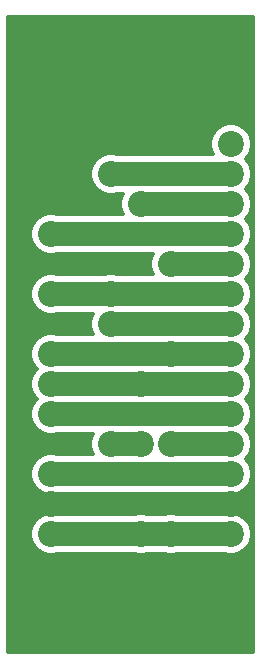
<source format=gbr>
%TF.GenerationSoftware,KiCad,Pcbnew,(5.1.6)-1*%
%TF.CreationDate,2021-09-19T15:07:36-05:00*%
%TF.ProjectId,lcd_connector,6c63645f-636f-46e6-9e65-63746f722e6b,rev?*%
%TF.SameCoordinates,Original*%
%TF.FileFunction,Copper,L2,Bot*%
%TF.FilePolarity,Positive*%
%FSLAX46Y46*%
G04 Gerber Fmt 4.6, Leading zero omitted, Abs format (unit mm)*
G04 Created by KiCad (PCBNEW (5.1.6)-1) date 2021-09-19 15:07:36*
%MOMM*%
%LPD*%
G01*
G04 APERTURE LIST*
%TA.AperFunction,ComponentPad*%
%ADD10C,2.200000*%
%TD*%
%TA.AperFunction,Conductor*%
%ADD11C,2.000000*%
%TD*%
%TA.AperFunction,Conductor*%
%ADD12C,0.300000*%
%TD*%
G04 APERTURE END LIST*
D10*
%TO.P,R1,2*%
%TO.N,Net-(M1-Pad8)*%
X11430000Y17780000D03*
%TO.P,R1,1*%
%TO.N,Net-(J1-Pad1)*%
X11430000Y10160000D03*
%TD*%
%TO.P,R2,1*%
%TO.N,Net-(J1-Pad1)*%
X13970000Y10160000D03*
%TO.P,R2,2*%
%TO.N,Net-(M1-Pad4)*%
X13970000Y17780000D03*
%TD*%
%TO.P,M1,1*%
%TO.N,Net-(J1-Pad1)*%
X19050000Y10160000D03*
%TO.P,M1,2*%
%TO.N,Net-(J8-Pad1)*%
X19050000Y12700000D03*
%TO.P,M1,3*%
%TO.N,Net-(J6-Pad1)*%
X19050000Y15240000D03*
%TO.P,M1,4*%
%TO.N,Net-(M1-Pad4)*%
X19050000Y17780000D03*
%TO.P,M1,5*%
%TO.N,Net-(J5-Pad1)*%
X19050000Y20320000D03*
%TO.P,M1,6*%
%TO.N,Net-(J7-Pad1)*%
X19050000Y22860000D03*
%TO.P,M1,7*%
%TO.N,Net-(J3-Pad1)*%
X19050000Y25400000D03*
%TO.P,M1,8*%
%TO.N,Net-(M1-Pad8)*%
X19050000Y27940000D03*
%TO.P,M1,9*%
%TO.N,Net-(J4-Pad1)*%
X19050000Y30480000D03*
%TO.P,M1,10*%
%TO.N,Net-(J3-Pad1)*%
X19050000Y33020000D03*
%TO.P,M1,11*%
%TO.N,Net-(J2-Pad1)*%
X19050000Y35560000D03*
%TO.P,M1,12*%
%TO.N,Net-(J7-Pad1)*%
X19050000Y38100000D03*
%TO.P,M1,13*%
%TO.N,Net-(J4-Pad1)*%
X19050000Y40640000D03*
%TO.P,M1,14*%
%TO.N,Net-(M1-Pad14)*%
X19050000Y43180000D03*
%TD*%
%TO.P,J1,1*%
%TO.N,Net-(J1-Pad1)*%
X3810000Y10160000D03*
%TD*%
%TO.P,J2,1*%
%TO.N,Net-(J2-Pad1)*%
X3810000Y35560000D03*
%TD*%
%TO.P,J3,1*%
%TO.N,Net-(J3-Pad1)*%
X3810000Y25400000D03*
%TD*%
%TO.P,J4,1*%
%TO.N,Net-(J4-Pad1)*%
X3810000Y30480000D03*
%TD*%
%TO.P,J5,1*%
%TO.N,Net-(J5-Pad1)*%
X3810000Y20320000D03*
%TD*%
%TO.P,J6,1*%
%TO.N,Net-(J6-Pad1)*%
X3810000Y15240000D03*
%TD*%
%TO.P,J7,1*%
%TO.N,Net-(J7-Pad1)*%
X3810000Y22860000D03*
%TD*%
%TO.P,J8,1*%
%TO.N,Net-(J8-Pad1)*%
X3810000Y12700000D03*
%TD*%
%TO.P,V1,1*%
%TO.N,Net-(M1-Pad8)*%
X8890000Y27940000D03*
%TD*%
%TO.P,V2,1*%
%TO.N,Net-(M1-Pad8)*%
X8890000Y17780000D03*
%TD*%
%TO.P,V3,1*%
%TO.N,Net-(J3-Pad1)*%
X13970000Y33020000D03*
%TD*%
%TO.P,V5,1*%
%TO.N,Net-(J3-Pad1)*%
X13970000Y25400000D03*
%TD*%
%TO.P,V6,1*%
%TO.N,Net-(J4-Pad1)*%
X8890000Y30480000D03*
%TD*%
%TO.P,V7,1*%
%TO.N,Net-(J7-Pad1)*%
X11430000Y22860000D03*
%TD*%
%TO.P,V8,1*%
%TO.N,Net-(J4-Pad1)*%
X8890000Y40640000D03*
%TD*%
%TO.P,V9,1*%
%TO.N,Net-(J7-Pad1)*%
X11430000Y38100000D03*
%TD*%
D11*
%TO.N,Net-(J1-Pad1)*%
X3810000Y10160000D02*
X19050000Y10160000D01*
%TO.N,Net-(M1-Pad4)*%
X19050000Y17780000D02*
X13970000Y17780000D01*
%TO.N,Net-(M1-Pad8)*%
X8890000Y27940000D02*
X19050000Y27940000D01*
X8890000Y17780000D02*
X11430000Y17780000D01*
%TO.N,Net-(J2-Pad1)*%
X3810000Y35560000D02*
X19050000Y35560000D01*
%TO.N,Net-(J3-Pad1)*%
X13970000Y33020000D02*
X19050000Y33020000D01*
X3810000Y25400000D02*
X19050000Y25400000D01*
%TO.N,Net-(J4-Pad1)*%
X8890000Y40640000D02*
X19050000Y40640000D01*
X3810000Y30480000D02*
X19050000Y30480000D01*
%TO.N,Net-(J5-Pad1)*%
X3810000Y20320000D02*
X19050000Y20320000D01*
%TO.N,Net-(J6-Pad1)*%
X3810000Y15240000D02*
X19050000Y15240000D01*
%TO.N,Net-(J7-Pad1)*%
X11430000Y38100000D02*
X19050000Y38100000D01*
X3810000Y22860000D02*
X19050000Y22860000D01*
%TD*%
D12*
%TO.N,Net-(J8-Pad1)*%
G36*
X20907000Y150000D02*
G01*
X150000Y150000D01*
X150000Y10333148D01*
X2052000Y10333148D01*
X2052000Y9986852D01*
X2119559Y9647210D01*
X2252081Y9327275D01*
X2444472Y9039340D01*
X2689340Y8794472D01*
X2977275Y8602081D01*
X3297210Y8469559D01*
X3636852Y8402000D01*
X3983148Y8402000D01*
X4322790Y8469559D01*
X4401109Y8502000D01*
X10838891Y8502000D01*
X10917210Y8469559D01*
X11256852Y8402000D01*
X11603148Y8402000D01*
X11942790Y8469559D01*
X12021109Y8502000D01*
X13378891Y8502000D01*
X13457210Y8469559D01*
X13796852Y8402000D01*
X14143148Y8402000D01*
X14482790Y8469559D01*
X14561109Y8502000D01*
X18458891Y8502000D01*
X18537210Y8469559D01*
X18876852Y8402000D01*
X19223148Y8402000D01*
X19562790Y8469559D01*
X19882725Y8602081D01*
X20170660Y8794472D01*
X20415528Y9039340D01*
X20607919Y9327275D01*
X20740441Y9647210D01*
X20808000Y9986852D01*
X20808000Y10333148D01*
X20740441Y10672790D01*
X20607919Y10992725D01*
X20415528Y11280660D01*
X20170660Y11525528D01*
X19882725Y11717919D01*
X19562790Y11850441D01*
X19223148Y11918000D01*
X18876852Y11918000D01*
X18537210Y11850441D01*
X18458891Y11818000D01*
X14561109Y11818000D01*
X14482790Y11850441D01*
X14143148Y11918000D01*
X13796852Y11918000D01*
X13457210Y11850441D01*
X13378891Y11818000D01*
X12021109Y11818000D01*
X11942790Y11850441D01*
X11603148Y11918000D01*
X11256852Y11918000D01*
X10917210Y11850441D01*
X10838891Y11818000D01*
X4401109Y11818000D01*
X4322790Y11850441D01*
X3983148Y11918000D01*
X3636852Y11918000D01*
X3297210Y11850441D01*
X2977275Y11717919D01*
X2689340Y11525528D01*
X2444472Y11280660D01*
X2252081Y10992725D01*
X2119559Y10672790D01*
X2052000Y10333148D01*
X150000Y10333148D01*
X150000Y35733148D01*
X2052000Y35733148D01*
X2052000Y35386852D01*
X2119559Y35047210D01*
X2252081Y34727275D01*
X2444472Y34439340D01*
X2689340Y34194472D01*
X2977275Y34002081D01*
X3297210Y33869559D01*
X3636852Y33802000D01*
X3983148Y33802000D01*
X4322790Y33869559D01*
X4401109Y33902000D01*
X12445005Y33902000D01*
X12412081Y33852725D01*
X12279559Y33532790D01*
X12212000Y33193148D01*
X12212000Y32846852D01*
X12279559Y32507210D01*
X12412081Y32187275D01*
X12445005Y32138000D01*
X9481109Y32138000D01*
X9402790Y32170441D01*
X9063148Y32238000D01*
X8716852Y32238000D01*
X8377210Y32170441D01*
X8298891Y32138000D01*
X4401109Y32138000D01*
X4322790Y32170441D01*
X3983148Y32238000D01*
X3636852Y32238000D01*
X3297210Y32170441D01*
X2977275Y32037919D01*
X2689340Y31845528D01*
X2444472Y31600660D01*
X2252081Y31312725D01*
X2119559Y30992790D01*
X2052000Y30653148D01*
X2052000Y30306852D01*
X2119559Y29967210D01*
X2252081Y29647275D01*
X2444472Y29359340D01*
X2689340Y29114472D01*
X2977275Y28922081D01*
X3297210Y28789559D01*
X3636852Y28722000D01*
X3983148Y28722000D01*
X4322790Y28789559D01*
X4401109Y28822000D01*
X7365005Y28822000D01*
X7332081Y28772725D01*
X7199559Y28452790D01*
X7132000Y28113148D01*
X7132000Y27766852D01*
X7199559Y27427210D01*
X7332081Y27107275D01*
X7365005Y27058000D01*
X4401109Y27058000D01*
X4322790Y27090441D01*
X3983148Y27158000D01*
X3636852Y27158000D01*
X3297210Y27090441D01*
X2977275Y26957919D01*
X2689340Y26765528D01*
X2444472Y26520660D01*
X2252081Y26232725D01*
X2119559Y25912790D01*
X2052000Y25573148D01*
X2052000Y25226852D01*
X2119559Y24887210D01*
X2252081Y24567275D01*
X2444472Y24279340D01*
X2593812Y24130000D01*
X2444472Y23980660D01*
X2252081Y23692725D01*
X2119559Y23372790D01*
X2052000Y23033148D01*
X2052000Y22686852D01*
X2119559Y22347210D01*
X2252081Y22027275D01*
X2444472Y21739340D01*
X2593812Y21590000D01*
X2444472Y21440660D01*
X2252081Y21152725D01*
X2119559Y20832790D01*
X2052000Y20493148D01*
X2052000Y20146852D01*
X2119559Y19807210D01*
X2252081Y19487275D01*
X2444472Y19199340D01*
X2689340Y18954472D01*
X2977275Y18762081D01*
X3297210Y18629559D01*
X3636852Y18562000D01*
X3983148Y18562000D01*
X4322790Y18629559D01*
X4401109Y18662000D01*
X7365005Y18662000D01*
X7332081Y18612725D01*
X7199559Y18292790D01*
X7132000Y17953148D01*
X7132000Y17606852D01*
X7199559Y17267210D01*
X7332081Y16947275D01*
X7365005Y16898000D01*
X4401109Y16898000D01*
X4322790Y16930441D01*
X3983148Y16998000D01*
X3636852Y16998000D01*
X3297210Y16930441D01*
X2977275Y16797919D01*
X2689340Y16605528D01*
X2444472Y16360660D01*
X2252081Y16072725D01*
X2119559Y15752790D01*
X2052000Y15413148D01*
X2052000Y15066852D01*
X2119559Y14727210D01*
X2252081Y14407275D01*
X2444472Y14119340D01*
X2689340Y13874472D01*
X2977275Y13682081D01*
X3297210Y13549559D01*
X3636852Y13482000D01*
X3983148Y13482000D01*
X4322790Y13549559D01*
X4401109Y13582000D01*
X18458891Y13582000D01*
X18537210Y13549559D01*
X18876852Y13482000D01*
X19223148Y13482000D01*
X19562790Y13549559D01*
X19882725Y13682081D01*
X20170660Y13874472D01*
X20415528Y14119340D01*
X20607919Y14407275D01*
X20740441Y14727210D01*
X20808000Y15066852D01*
X20808000Y15413148D01*
X20740441Y15752790D01*
X20607919Y16072725D01*
X20415528Y16360660D01*
X20266188Y16510000D01*
X20415528Y16659340D01*
X20607919Y16947275D01*
X20740441Y17267210D01*
X20808000Y17606852D01*
X20808000Y17953148D01*
X20740441Y18292790D01*
X20607919Y18612725D01*
X20415528Y18900660D01*
X20266188Y19050000D01*
X20415528Y19199340D01*
X20607919Y19487275D01*
X20740441Y19807210D01*
X20808000Y20146852D01*
X20808000Y20493148D01*
X20740441Y20832790D01*
X20607919Y21152725D01*
X20415528Y21440660D01*
X20266188Y21590000D01*
X20415528Y21739340D01*
X20607919Y22027275D01*
X20740441Y22347210D01*
X20808000Y22686852D01*
X20808000Y23033148D01*
X20740441Y23372790D01*
X20607919Y23692725D01*
X20415528Y23980660D01*
X20266188Y24130000D01*
X20415528Y24279340D01*
X20607919Y24567275D01*
X20740441Y24887210D01*
X20808000Y25226852D01*
X20808000Y25573148D01*
X20740441Y25912790D01*
X20607919Y26232725D01*
X20415528Y26520660D01*
X20266188Y26670000D01*
X20415528Y26819340D01*
X20607919Y27107275D01*
X20740441Y27427210D01*
X20808000Y27766852D01*
X20808000Y28113148D01*
X20740441Y28452790D01*
X20607919Y28772725D01*
X20415528Y29060660D01*
X20266188Y29210000D01*
X20415528Y29359340D01*
X20607919Y29647275D01*
X20740441Y29967210D01*
X20808000Y30306852D01*
X20808000Y30653148D01*
X20740441Y30992790D01*
X20607919Y31312725D01*
X20415528Y31600660D01*
X20266188Y31750000D01*
X20415528Y31899340D01*
X20607919Y32187275D01*
X20740441Y32507210D01*
X20808000Y32846852D01*
X20808000Y33193148D01*
X20740441Y33532790D01*
X20607919Y33852725D01*
X20415528Y34140660D01*
X20266188Y34290000D01*
X20415528Y34439340D01*
X20607919Y34727275D01*
X20740441Y35047210D01*
X20808000Y35386852D01*
X20808000Y35733148D01*
X20740441Y36072790D01*
X20607919Y36392725D01*
X20415528Y36680660D01*
X20266188Y36830000D01*
X20415528Y36979340D01*
X20607919Y37267275D01*
X20740441Y37587210D01*
X20808000Y37926852D01*
X20808000Y38273148D01*
X20740441Y38612790D01*
X20607919Y38932725D01*
X20415528Y39220660D01*
X20266188Y39370000D01*
X20415528Y39519340D01*
X20607919Y39807275D01*
X20740441Y40127210D01*
X20808000Y40466852D01*
X20808000Y40813148D01*
X20740441Y41152790D01*
X20607919Y41472725D01*
X20415528Y41760660D01*
X20266188Y41910000D01*
X20415528Y42059340D01*
X20607919Y42347275D01*
X20740441Y42667210D01*
X20808000Y43006852D01*
X20808000Y43353148D01*
X20740441Y43692790D01*
X20607919Y44012725D01*
X20415528Y44300660D01*
X20170660Y44545528D01*
X19882725Y44737919D01*
X19562790Y44870441D01*
X19223148Y44938000D01*
X18876852Y44938000D01*
X18537210Y44870441D01*
X18217275Y44737919D01*
X17929340Y44545528D01*
X17684472Y44300660D01*
X17492081Y44012725D01*
X17359559Y43692790D01*
X17292000Y43353148D01*
X17292000Y43006852D01*
X17359559Y42667210D01*
X17492081Y42347275D01*
X17525005Y42298000D01*
X9481109Y42298000D01*
X9402790Y42330441D01*
X9063148Y42398000D01*
X8716852Y42398000D01*
X8377210Y42330441D01*
X8057275Y42197919D01*
X7769340Y42005528D01*
X7524472Y41760660D01*
X7332081Y41472725D01*
X7199559Y41152790D01*
X7132000Y40813148D01*
X7132000Y40466852D01*
X7199559Y40127210D01*
X7332081Y39807275D01*
X7524472Y39519340D01*
X7769340Y39274472D01*
X8057275Y39082081D01*
X8377210Y38949559D01*
X8716852Y38882000D01*
X9063148Y38882000D01*
X9402790Y38949559D01*
X9481109Y38982000D01*
X9905005Y38982000D01*
X9872081Y38932725D01*
X9739559Y38612790D01*
X9672000Y38273148D01*
X9672000Y37926852D01*
X9739559Y37587210D01*
X9872081Y37267275D01*
X9905005Y37218000D01*
X4401109Y37218000D01*
X4322790Y37250441D01*
X3983148Y37318000D01*
X3636852Y37318000D01*
X3297210Y37250441D01*
X2977275Y37117919D01*
X2689340Y36925528D01*
X2444472Y36680660D01*
X2252081Y36392725D01*
X2119559Y36072790D01*
X2052000Y35733148D01*
X150000Y35733148D01*
X150000Y53927000D01*
X20907001Y53927000D01*
X20907000Y150000D01*
G37*
X20907000Y150000D02*
X150000Y150000D01*
X150000Y10333148D01*
X2052000Y10333148D01*
X2052000Y9986852D01*
X2119559Y9647210D01*
X2252081Y9327275D01*
X2444472Y9039340D01*
X2689340Y8794472D01*
X2977275Y8602081D01*
X3297210Y8469559D01*
X3636852Y8402000D01*
X3983148Y8402000D01*
X4322790Y8469559D01*
X4401109Y8502000D01*
X10838891Y8502000D01*
X10917210Y8469559D01*
X11256852Y8402000D01*
X11603148Y8402000D01*
X11942790Y8469559D01*
X12021109Y8502000D01*
X13378891Y8502000D01*
X13457210Y8469559D01*
X13796852Y8402000D01*
X14143148Y8402000D01*
X14482790Y8469559D01*
X14561109Y8502000D01*
X18458891Y8502000D01*
X18537210Y8469559D01*
X18876852Y8402000D01*
X19223148Y8402000D01*
X19562790Y8469559D01*
X19882725Y8602081D01*
X20170660Y8794472D01*
X20415528Y9039340D01*
X20607919Y9327275D01*
X20740441Y9647210D01*
X20808000Y9986852D01*
X20808000Y10333148D01*
X20740441Y10672790D01*
X20607919Y10992725D01*
X20415528Y11280660D01*
X20170660Y11525528D01*
X19882725Y11717919D01*
X19562790Y11850441D01*
X19223148Y11918000D01*
X18876852Y11918000D01*
X18537210Y11850441D01*
X18458891Y11818000D01*
X14561109Y11818000D01*
X14482790Y11850441D01*
X14143148Y11918000D01*
X13796852Y11918000D01*
X13457210Y11850441D01*
X13378891Y11818000D01*
X12021109Y11818000D01*
X11942790Y11850441D01*
X11603148Y11918000D01*
X11256852Y11918000D01*
X10917210Y11850441D01*
X10838891Y11818000D01*
X4401109Y11818000D01*
X4322790Y11850441D01*
X3983148Y11918000D01*
X3636852Y11918000D01*
X3297210Y11850441D01*
X2977275Y11717919D01*
X2689340Y11525528D01*
X2444472Y11280660D01*
X2252081Y10992725D01*
X2119559Y10672790D01*
X2052000Y10333148D01*
X150000Y10333148D01*
X150000Y35733148D01*
X2052000Y35733148D01*
X2052000Y35386852D01*
X2119559Y35047210D01*
X2252081Y34727275D01*
X2444472Y34439340D01*
X2689340Y34194472D01*
X2977275Y34002081D01*
X3297210Y33869559D01*
X3636852Y33802000D01*
X3983148Y33802000D01*
X4322790Y33869559D01*
X4401109Y33902000D01*
X12445005Y33902000D01*
X12412081Y33852725D01*
X12279559Y33532790D01*
X12212000Y33193148D01*
X12212000Y32846852D01*
X12279559Y32507210D01*
X12412081Y32187275D01*
X12445005Y32138000D01*
X9481109Y32138000D01*
X9402790Y32170441D01*
X9063148Y32238000D01*
X8716852Y32238000D01*
X8377210Y32170441D01*
X8298891Y32138000D01*
X4401109Y32138000D01*
X4322790Y32170441D01*
X3983148Y32238000D01*
X3636852Y32238000D01*
X3297210Y32170441D01*
X2977275Y32037919D01*
X2689340Y31845528D01*
X2444472Y31600660D01*
X2252081Y31312725D01*
X2119559Y30992790D01*
X2052000Y30653148D01*
X2052000Y30306852D01*
X2119559Y29967210D01*
X2252081Y29647275D01*
X2444472Y29359340D01*
X2689340Y29114472D01*
X2977275Y28922081D01*
X3297210Y28789559D01*
X3636852Y28722000D01*
X3983148Y28722000D01*
X4322790Y28789559D01*
X4401109Y28822000D01*
X7365005Y28822000D01*
X7332081Y28772725D01*
X7199559Y28452790D01*
X7132000Y28113148D01*
X7132000Y27766852D01*
X7199559Y27427210D01*
X7332081Y27107275D01*
X7365005Y27058000D01*
X4401109Y27058000D01*
X4322790Y27090441D01*
X3983148Y27158000D01*
X3636852Y27158000D01*
X3297210Y27090441D01*
X2977275Y26957919D01*
X2689340Y26765528D01*
X2444472Y26520660D01*
X2252081Y26232725D01*
X2119559Y25912790D01*
X2052000Y25573148D01*
X2052000Y25226852D01*
X2119559Y24887210D01*
X2252081Y24567275D01*
X2444472Y24279340D01*
X2593812Y24130000D01*
X2444472Y23980660D01*
X2252081Y23692725D01*
X2119559Y23372790D01*
X2052000Y23033148D01*
X2052000Y22686852D01*
X2119559Y22347210D01*
X2252081Y22027275D01*
X2444472Y21739340D01*
X2593812Y21590000D01*
X2444472Y21440660D01*
X2252081Y21152725D01*
X2119559Y20832790D01*
X2052000Y20493148D01*
X2052000Y20146852D01*
X2119559Y19807210D01*
X2252081Y19487275D01*
X2444472Y19199340D01*
X2689340Y18954472D01*
X2977275Y18762081D01*
X3297210Y18629559D01*
X3636852Y18562000D01*
X3983148Y18562000D01*
X4322790Y18629559D01*
X4401109Y18662000D01*
X7365005Y18662000D01*
X7332081Y18612725D01*
X7199559Y18292790D01*
X7132000Y17953148D01*
X7132000Y17606852D01*
X7199559Y17267210D01*
X7332081Y16947275D01*
X7365005Y16898000D01*
X4401109Y16898000D01*
X4322790Y16930441D01*
X3983148Y16998000D01*
X3636852Y16998000D01*
X3297210Y16930441D01*
X2977275Y16797919D01*
X2689340Y16605528D01*
X2444472Y16360660D01*
X2252081Y16072725D01*
X2119559Y15752790D01*
X2052000Y15413148D01*
X2052000Y15066852D01*
X2119559Y14727210D01*
X2252081Y14407275D01*
X2444472Y14119340D01*
X2689340Y13874472D01*
X2977275Y13682081D01*
X3297210Y13549559D01*
X3636852Y13482000D01*
X3983148Y13482000D01*
X4322790Y13549559D01*
X4401109Y13582000D01*
X18458891Y13582000D01*
X18537210Y13549559D01*
X18876852Y13482000D01*
X19223148Y13482000D01*
X19562790Y13549559D01*
X19882725Y13682081D01*
X20170660Y13874472D01*
X20415528Y14119340D01*
X20607919Y14407275D01*
X20740441Y14727210D01*
X20808000Y15066852D01*
X20808000Y15413148D01*
X20740441Y15752790D01*
X20607919Y16072725D01*
X20415528Y16360660D01*
X20266188Y16510000D01*
X20415528Y16659340D01*
X20607919Y16947275D01*
X20740441Y17267210D01*
X20808000Y17606852D01*
X20808000Y17953148D01*
X20740441Y18292790D01*
X20607919Y18612725D01*
X20415528Y18900660D01*
X20266188Y19050000D01*
X20415528Y19199340D01*
X20607919Y19487275D01*
X20740441Y19807210D01*
X20808000Y20146852D01*
X20808000Y20493148D01*
X20740441Y20832790D01*
X20607919Y21152725D01*
X20415528Y21440660D01*
X20266188Y21590000D01*
X20415528Y21739340D01*
X20607919Y22027275D01*
X20740441Y22347210D01*
X20808000Y22686852D01*
X20808000Y23033148D01*
X20740441Y23372790D01*
X20607919Y23692725D01*
X20415528Y23980660D01*
X20266188Y24130000D01*
X20415528Y24279340D01*
X20607919Y24567275D01*
X20740441Y24887210D01*
X20808000Y25226852D01*
X20808000Y25573148D01*
X20740441Y25912790D01*
X20607919Y26232725D01*
X20415528Y26520660D01*
X20266188Y26670000D01*
X20415528Y26819340D01*
X20607919Y27107275D01*
X20740441Y27427210D01*
X20808000Y27766852D01*
X20808000Y28113148D01*
X20740441Y28452790D01*
X20607919Y28772725D01*
X20415528Y29060660D01*
X20266188Y29210000D01*
X20415528Y29359340D01*
X20607919Y29647275D01*
X20740441Y29967210D01*
X20808000Y30306852D01*
X20808000Y30653148D01*
X20740441Y30992790D01*
X20607919Y31312725D01*
X20415528Y31600660D01*
X20266188Y31750000D01*
X20415528Y31899340D01*
X20607919Y32187275D01*
X20740441Y32507210D01*
X20808000Y32846852D01*
X20808000Y33193148D01*
X20740441Y33532790D01*
X20607919Y33852725D01*
X20415528Y34140660D01*
X20266188Y34290000D01*
X20415528Y34439340D01*
X20607919Y34727275D01*
X20740441Y35047210D01*
X20808000Y35386852D01*
X20808000Y35733148D01*
X20740441Y36072790D01*
X20607919Y36392725D01*
X20415528Y36680660D01*
X20266188Y36830000D01*
X20415528Y36979340D01*
X20607919Y37267275D01*
X20740441Y37587210D01*
X20808000Y37926852D01*
X20808000Y38273148D01*
X20740441Y38612790D01*
X20607919Y38932725D01*
X20415528Y39220660D01*
X20266188Y39370000D01*
X20415528Y39519340D01*
X20607919Y39807275D01*
X20740441Y40127210D01*
X20808000Y40466852D01*
X20808000Y40813148D01*
X20740441Y41152790D01*
X20607919Y41472725D01*
X20415528Y41760660D01*
X20266188Y41910000D01*
X20415528Y42059340D01*
X20607919Y42347275D01*
X20740441Y42667210D01*
X20808000Y43006852D01*
X20808000Y43353148D01*
X20740441Y43692790D01*
X20607919Y44012725D01*
X20415528Y44300660D01*
X20170660Y44545528D01*
X19882725Y44737919D01*
X19562790Y44870441D01*
X19223148Y44938000D01*
X18876852Y44938000D01*
X18537210Y44870441D01*
X18217275Y44737919D01*
X17929340Y44545528D01*
X17684472Y44300660D01*
X17492081Y44012725D01*
X17359559Y43692790D01*
X17292000Y43353148D01*
X17292000Y43006852D01*
X17359559Y42667210D01*
X17492081Y42347275D01*
X17525005Y42298000D01*
X9481109Y42298000D01*
X9402790Y42330441D01*
X9063148Y42398000D01*
X8716852Y42398000D01*
X8377210Y42330441D01*
X8057275Y42197919D01*
X7769340Y42005528D01*
X7524472Y41760660D01*
X7332081Y41472725D01*
X7199559Y41152790D01*
X7132000Y40813148D01*
X7132000Y40466852D01*
X7199559Y40127210D01*
X7332081Y39807275D01*
X7524472Y39519340D01*
X7769340Y39274472D01*
X8057275Y39082081D01*
X8377210Y38949559D01*
X8716852Y38882000D01*
X9063148Y38882000D01*
X9402790Y38949559D01*
X9481109Y38982000D01*
X9905005Y38982000D01*
X9872081Y38932725D01*
X9739559Y38612790D01*
X9672000Y38273148D01*
X9672000Y37926852D01*
X9739559Y37587210D01*
X9872081Y37267275D01*
X9905005Y37218000D01*
X4401109Y37218000D01*
X4322790Y37250441D01*
X3983148Y37318000D01*
X3636852Y37318000D01*
X3297210Y37250441D01*
X2977275Y37117919D01*
X2689340Y36925528D01*
X2444472Y36680660D01*
X2252081Y36392725D01*
X2119559Y36072790D01*
X2052000Y35733148D01*
X150000Y35733148D01*
X150000Y53927000D01*
X20907001Y53927000D01*
X20907000Y150000D01*
%TD*%
M02*

</source>
